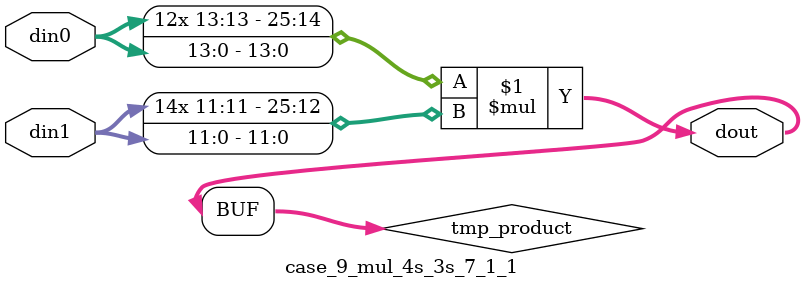
<source format=v>

`timescale 1 ns / 1 ps

 module case_9_mul_4s_3s_7_1_1(din0, din1, dout);
parameter ID = 1;
parameter NUM_STAGE = 0;
parameter din0_WIDTH = 14;
parameter din1_WIDTH = 12;
parameter dout_WIDTH = 26;

input [din0_WIDTH - 1 : 0] din0; 
input [din1_WIDTH - 1 : 0] din1; 
output [dout_WIDTH - 1 : 0] dout;

wire signed [dout_WIDTH - 1 : 0] tmp_product;



























assign tmp_product = $signed(din0) * $signed(din1);








assign dout = tmp_product;





















endmodule

</source>
